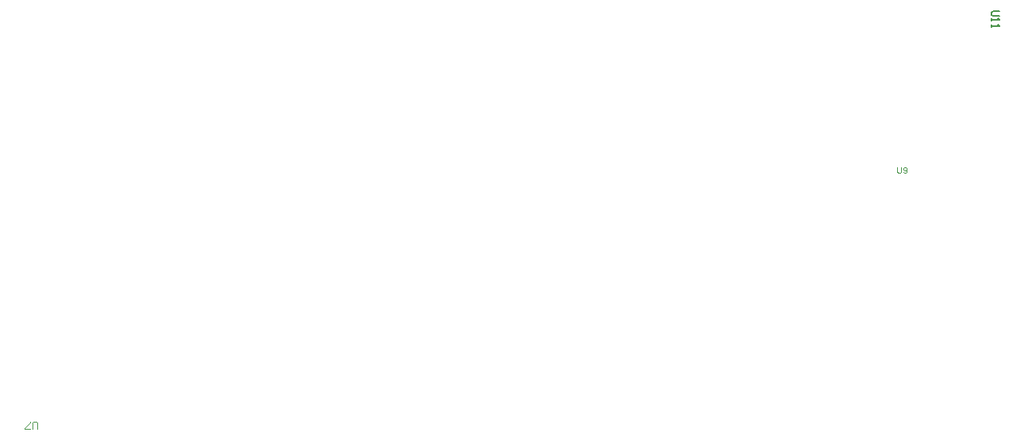
<source format=gm1>
%FSTAX23Y23*%
%MOIN*%
%SFA1B1*%

%IPPOS*%
%ADD14C,0.003940*%
%ADD101C,0.005910*%
%LNrmx_explorer_board-1*%
%LPD*%
G54D14*
X04218Y02516D02*
Y02496D01*
X04222Y02492*
X0423*
X04234Y02496*
Y02516*
X04242Y02496D02*
X04246Y02492D01*
X04254*
X04257Y02496*
Y02512*
X04254Y02516*
X04246*
X04242Y02512*
Y02508*
X04246Y02504*
X04257*
X00604Y01416D02*
Y01442D01*
X00599Y01448*
X00588*
X00583Y01442*
Y01416*
X00572D02*
X00551D01*
Y01421*
X00572Y01442*
Y01448*
G54D101*
X04645Y03174D02*
X04619D01*
X04614Y03168*
Y03158*
X04619Y03153*
X04645*
X04614Y03142D02*
Y03132D01*
Y03137*
X04645*
X0464Y03142*
X04614Y03116D02*
Y03105D01*
Y03111*
X04645*
X0464Y03116*
M02*
</source>
